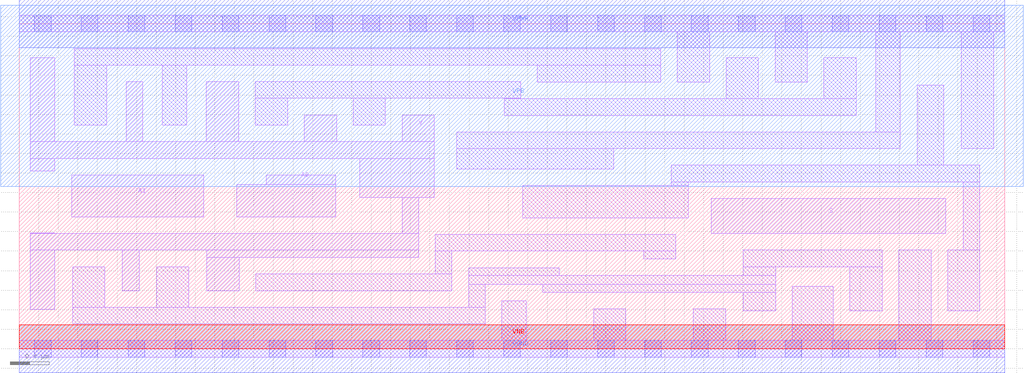
<source format=lef>
# Copyright 2020 The SkyWater PDK Authors
#
# Licensed under the Apache License, Version 2.0 (the "License");
# you may not use this file except in compliance with the License.
# You may obtain a copy of the License at
#
#     https://www.apache.org/licenses/LICENSE-2.0
#
# Unless required by applicable law or agreed to in writing, software
# distributed under the License is distributed on an "AS IS" BASIS,
# WITHOUT WARRANTIES OR CONDITIONS OF ANY KIND, either express or implied.
# See the License for the specific language governing permissions and
# limitations under the License.
#
# SPDX-License-Identifier: Apache-2.0

VERSION 5.7 ;
  NOWIREEXTENSIONATPIN ON ;
  DIVIDERCHAR "/" ;
  BUSBITCHARS "[]" ;
MACRO sky130_fd_sc_hs__mux2i_4
  CLASS CORE ;
  FOREIGN sky130_fd_sc_hs__mux2i_4 ;
  ORIGIN  0.000000  0.000000 ;
  SIZE  10.08000 BY  3.330000 ;
  SYMMETRY X Y ;
  SITE unit ;
  PIN A0
    ANTENNAGATEAREA  1.116000 ;
    DIRECTION INPUT ;
    USE SIGNAL ;
    PORT
      LAYER li1 ;
        RECT 2.225000 1.350000 3.235000 1.680000 ;
        RECT 2.525000 1.680000 3.235000 1.780000 ;
    END
  END A0
  PIN A1
    ANTENNAGATEAREA  1.116000 ;
    DIRECTION INPUT ;
    USE SIGNAL ;
    PORT
      LAYER li1 ;
        RECT 0.535000 1.350000 1.885000 1.780000 ;
    END
  END A1
  PIN S
    ANTENNAGATEAREA  1.479000 ;
    DIRECTION INPUT ;
    USE SIGNAL ;
    PORT
      LAYER li1 ;
        RECT 7.080000 1.180000 9.475000 1.540000 ;
    END
  END S
  PIN Y
    ANTENNADIFFAREA  2.868700 ;
    DIRECTION OUTPUT ;
    USE SIGNAL ;
    PORT
      LAYER li1 ;
        RECT 0.115000 0.405000 0.365000 1.010000 ;
        RECT 0.115000 1.010000 4.085000 1.180000 ;
        RECT 0.115000 1.180000 0.365000 1.185000 ;
        RECT 0.115000 1.820000 0.365000 1.950000 ;
        RECT 0.115000 1.950000 4.245000 2.120000 ;
        RECT 0.115000 2.120000 0.365000 2.980000 ;
        RECT 1.055000 0.595000 1.225000 1.010000 ;
        RECT 1.095000 2.120000 1.265000 2.735000 ;
        RECT 1.915000 2.120000 2.245000 2.735000 ;
        RECT 1.920000 0.595000 2.250000 0.935000 ;
        RECT 1.920000 0.935000 4.085000 1.010000 ;
        RECT 2.915000 2.120000 3.245000 2.395000 ;
        RECT 3.485000 1.550000 4.245000 1.950000 ;
        RECT 3.915000 1.180000 4.085000 1.550000 ;
        RECT 3.915000 2.120000 4.245000 2.395000 ;
    END
  END Y
  PIN VGND
    DIRECTION INOUT ;
    USE GROUND ;
    PORT
      LAYER met1 ;
        RECT 0.000000 -0.245000 10.080000 0.245000 ;
    END
  END VGND
  PIN VNB
    DIRECTION INOUT ;
    USE GROUND ;
    PORT
      LAYER pwell ;
        RECT 0.000000 0.000000 10.080000 0.245000 ;
    END
  END VNB
  PIN VPB
    DIRECTION INOUT ;
    USE POWER ;
    PORT
      LAYER nwell ;
        RECT -0.190000 1.660000 10.270000 3.520000 ;
    END
  END VPB
  PIN VPWR
    DIRECTION INOUT ;
    USE POWER ;
    PORT
      LAYER met1 ;
        RECT 0.000000 3.085000 10.080000 3.575000 ;
    END
  END VPWR
  OBS
    LAYER li1 ;
      RECT 0.000000 -0.085000 10.080000 0.085000 ;
      RECT 0.000000  3.245000 10.080000 3.415000 ;
      RECT 0.545000  0.255000  4.765000 0.425000 ;
      RECT 0.545000  0.425000  0.875000 0.840000 ;
      RECT 0.565000  2.290000  0.895000 2.905000 ;
      RECT 0.565000  2.905000  6.560000 3.075000 ;
      RECT 1.405000  0.425000  1.735000 0.840000 ;
      RECT 1.465000  2.290000  1.715000 2.905000 ;
      RECT 2.415000  2.290000  2.745000 2.565000 ;
      RECT 2.415000  2.565000  5.130000 2.735000 ;
      RECT 2.420000  0.595000  4.425000 0.765000 ;
      RECT 3.415000  2.290000  3.745000 2.565000 ;
      RECT 4.255000  0.765000  4.425000 1.000000 ;
      RECT 4.255000  1.000000  6.715000 1.170000 ;
      RECT 4.475000  1.840000  6.080000 2.050000 ;
      RECT 4.475000  2.050000  9.010000 2.220000 ;
      RECT 4.595000  0.425000  4.765000 0.660000 ;
      RECT 4.595000  0.660000  7.735000 0.750000 ;
      RECT 4.595000  0.750000  5.525000 0.830000 ;
      RECT 4.935000  0.085000  5.185000 0.490000 ;
      RECT 4.960000  2.390000  8.560000 2.560000 ;
      RECT 4.960000  2.560000  5.130000 2.565000 ;
      RECT 5.150000  1.340000  6.840000 1.670000 ;
      RECT 5.300000  2.730000  6.560000 2.905000 ;
      RECT 5.355000  0.580000  7.735000 0.660000 ;
      RECT 5.875000  0.085000  6.205000 0.410000 ;
      RECT 6.385000  0.920000  6.715000 1.000000 ;
      RECT 6.670000  1.670000  6.840000 1.710000 ;
      RECT 6.670000  1.710000  9.825000 1.880000 ;
      RECT 6.730000  2.730000  7.060000 3.245000 ;
      RECT 6.895000  0.085000  7.225000 0.410000 ;
      RECT 7.230000  2.560000  7.560000 2.980000 ;
      RECT 7.405000  0.390000  7.735000 0.580000 ;
      RECT 7.405000  0.750000  7.735000 0.840000 ;
      RECT 7.405000  0.840000  8.825000 1.010000 ;
      RECT 7.730000  2.730000  8.060000 3.245000 ;
      RECT 7.905000  0.085000  8.325000 0.640000 ;
      RECT 8.230000  2.560000  8.560000 2.980000 ;
      RECT 8.495000  0.390000  8.825000 0.840000 ;
      RECT 8.760000  2.220000  9.010000 3.245000 ;
      RECT 8.995000  0.085000  9.325000 1.010000 ;
      RECT 9.185000  1.880000  9.455000 2.700000 ;
      RECT 9.495000  0.390000  9.825000 1.010000 ;
      RECT 9.635000  2.050000  9.965000 3.245000 ;
      RECT 9.655000  1.010000  9.825000 1.710000 ;
    LAYER mcon ;
      RECT 0.155000 -0.085000 0.325000 0.085000 ;
      RECT 0.155000  3.245000 0.325000 3.415000 ;
      RECT 0.635000 -0.085000 0.805000 0.085000 ;
      RECT 0.635000  3.245000 0.805000 3.415000 ;
      RECT 1.115000 -0.085000 1.285000 0.085000 ;
      RECT 1.115000  3.245000 1.285000 3.415000 ;
      RECT 1.595000 -0.085000 1.765000 0.085000 ;
      RECT 1.595000  3.245000 1.765000 3.415000 ;
      RECT 2.075000 -0.085000 2.245000 0.085000 ;
      RECT 2.075000  3.245000 2.245000 3.415000 ;
      RECT 2.555000 -0.085000 2.725000 0.085000 ;
      RECT 2.555000  3.245000 2.725000 3.415000 ;
      RECT 3.035000 -0.085000 3.205000 0.085000 ;
      RECT 3.035000  3.245000 3.205000 3.415000 ;
      RECT 3.515000 -0.085000 3.685000 0.085000 ;
      RECT 3.515000  3.245000 3.685000 3.415000 ;
      RECT 3.995000 -0.085000 4.165000 0.085000 ;
      RECT 3.995000  3.245000 4.165000 3.415000 ;
      RECT 4.475000 -0.085000 4.645000 0.085000 ;
      RECT 4.475000  3.245000 4.645000 3.415000 ;
      RECT 4.955000 -0.085000 5.125000 0.085000 ;
      RECT 4.955000  3.245000 5.125000 3.415000 ;
      RECT 5.435000 -0.085000 5.605000 0.085000 ;
      RECT 5.435000  3.245000 5.605000 3.415000 ;
      RECT 5.915000 -0.085000 6.085000 0.085000 ;
      RECT 5.915000  3.245000 6.085000 3.415000 ;
      RECT 6.395000 -0.085000 6.565000 0.085000 ;
      RECT 6.395000  3.245000 6.565000 3.415000 ;
      RECT 6.875000 -0.085000 7.045000 0.085000 ;
      RECT 6.875000  3.245000 7.045000 3.415000 ;
      RECT 7.355000 -0.085000 7.525000 0.085000 ;
      RECT 7.355000  3.245000 7.525000 3.415000 ;
      RECT 7.835000 -0.085000 8.005000 0.085000 ;
      RECT 7.835000  3.245000 8.005000 3.415000 ;
      RECT 8.315000 -0.085000 8.485000 0.085000 ;
      RECT 8.315000  3.245000 8.485000 3.415000 ;
      RECT 8.795000 -0.085000 8.965000 0.085000 ;
      RECT 8.795000  3.245000 8.965000 3.415000 ;
      RECT 9.275000 -0.085000 9.445000 0.085000 ;
      RECT 9.275000  3.245000 9.445000 3.415000 ;
      RECT 9.755000 -0.085000 9.925000 0.085000 ;
      RECT 9.755000  3.245000 9.925000 3.415000 ;
  END
END sky130_fd_sc_hs__mux2i_4
END LIBRARY

</source>
